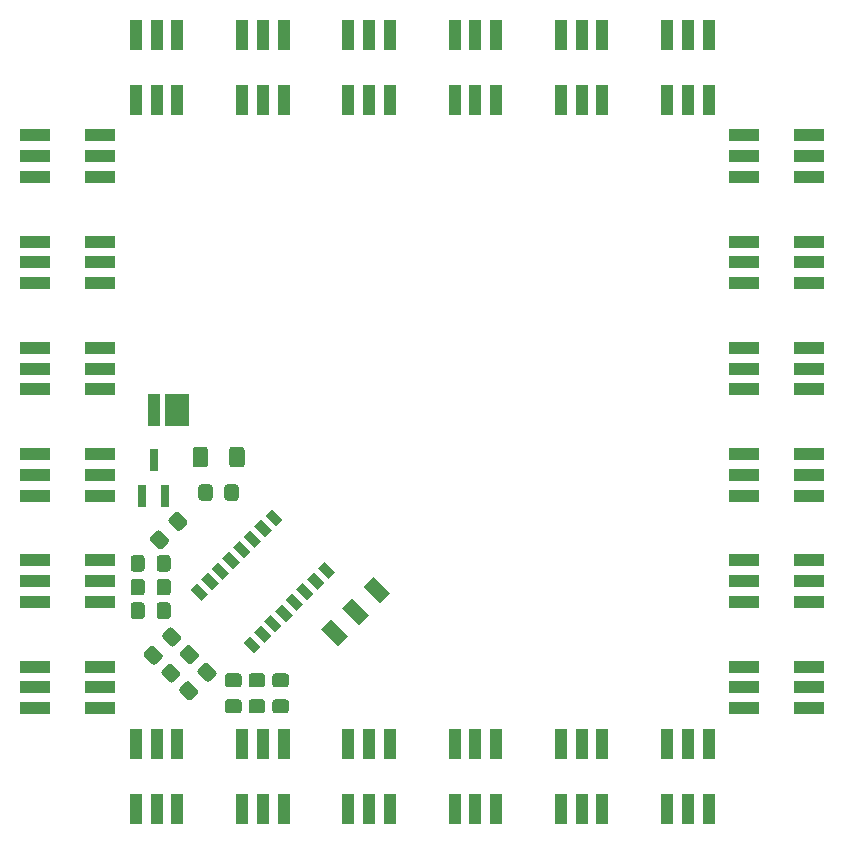
<source format=gbr>
%TF.GenerationSoftware,KiCad,Pcbnew,5.1.9+dfsg1-1+deb11u1*%
%TF.CreationDate,2024-07-25T19:41:34+02:00*%
%TF.ProjectId,label1,6c616265-6c31-42e6-9b69-6361645f7063,rev?*%
%TF.SameCoordinates,Original*%
%TF.FileFunction,Paste,Top*%
%TF.FilePolarity,Positive*%
%FSLAX46Y46*%
G04 Gerber Fmt 4.6, Leading zero omitted, Abs format (unit mm)*
G04 Created by KiCad (PCBNEW 5.1.9+dfsg1-1+deb11u1) date 2024-07-25 19:41:34*
%MOMM*%
%LPD*%
G01*
G04 APERTURE LIST*
%ADD10C,0.100000*%
%ADD11R,2.000000X2.800000*%
%ADD12R,1.000000X2.800000*%
%ADD13R,1.100000X2.600000*%
%ADD14R,2.600000X1.100000*%
%ADD15R,0.800000X1.900000*%
G04 APERTURE END LIST*
D10*
%TO.C,U2*%
G36*
X47274659Y-71710732D02*
G01*
X48688873Y-73124946D01*
X47840345Y-73973474D01*
X46426131Y-72559260D01*
X47274659Y-71710732D01*
G37*
G36*
X49070710Y-69914680D02*
G01*
X50484924Y-71328894D01*
X49636396Y-72177422D01*
X48222182Y-70763208D01*
X49070710Y-69914680D01*
G37*
G36*
X50866762Y-68118629D02*
G01*
X52280976Y-69532843D01*
X51432448Y-70381371D01*
X50018234Y-68967157D01*
X50866762Y-68118629D01*
G37*
%TD*%
D11*
%TO.C,D41*%
X34250000Y-54000000D03*
D12*
X32250000Y-54000000D03*
%TD*%
D10*
%TO.C,U1*%
G36*
X36868450Y-69596016D02*
G01*
X36302765Y-70161701D01*
X35383526Y-69242462D01*
X35949211Y-68676777D01*
X36868450Y-69596016D01*
G37*
G36*
X37773547Y-68690919D02*
G01*
X37207862Y-69256604D01*
X36288623Y-68337365D01*
X36854308Y-67771680D01*
X37773547Y-68690919D01*
G37*
G36*
X38664502Y-67799965D02*
G01*
X38098817Y-68365650D01*
X37179578Y-67446411D01*
X37745263Y-66880726D01*
X38664502Y-67799965D01*
G37*
G36*
X39562527Y-66901939D02*
G01*
X38996842Y-67467624D01*
X38077603Y-66548385D01*
X38643288Y-65982700D01*
X39562527Y-66901939D01*
G37*
G36*
X40467624Y-65996842D02*
G01*
X39901939Y-66562527D01*
X38982700Y-65643288D01*
X39548385Y-65077603D01*
X40467624Y-65996842D01*
G37*
G36*
X41365650Y-65098817D02*
G01*
X40799965Y-65664502D01*
X39880726Y-64745263D01*
X40446411Y-64179578D01*
X41365650Y-65098817D01*
G37*
G36*
X42256604Y-64207862D02*
G01*
X41690919Y-64773547D01*
X40771680Y-63854308D01*
X41337365Y-63288623D01*
X42256604Y-64207862D01*
G37*
G36*
X43161701Y-63302765D02*
G01*
X42596016Y-63868450D01*
X41676777Y-62949211D01*
X42242462Y-62383526D01*
X43161701Y-63302765D01*
G37*
G36*
X47616474Y-67757538D02*
G01*
X47050789Y-68323223D01*
X46131550Y-67403984D01*
X46697235Y-66838299D01*
X47616474Y-67757538D01*
G37*
G36*
X46711377Y-68662635D02*
G01*
X46145692Y-69228320D01*
X45226453Y-68309081D01*
X45792138Y-67743396D01*
X46711377Y-68662635D01*
G37*
G36*
X45820422Y-69553589D02*
G01*
X45254737Y-70119274D01*
X44335498Y-69200035D01*
X44901183Y-68634350D01*
X45820422Y-69553589D01*
G37*
G36*
X44922397Y-70451615D02*
G01*
X44356712Y-71017300D01*
X43437473Y-70098061D01*
X44003158Y-69532376D01*
X44922397Y-70451615D01*
G37*
G36*
X44017300Y-71356712D02*
G01*
X43451615Y-71922397D01*
X42532376Y-71003158D01*
X43098061Y-70437473D01*
X44017300Y-71356712D01*
G37*
G36*
X43119274Y-72254737D02*
G01*
X42553589Y-72820422D01*
X41634350Y-71901183D01*
X42200035Y-71335498D01*
X43119274Y-72254737D01*
G37*
G36*
X42228320Y-73145692D02*
G01*
X41662635Y-73711377D01*
X40743396Y-72792138D01*
X41309081Y-72226453D01*
X42228320Y-73145692D01*
G37*
G36*
X41323223Y-74050789D02*
G01*
X40757538Y-74616474D01*
X39838299Y-73697235D01*
X40403984Y-73131550D01*
X41323223Y-74050789D01*
G37*
%TD*%
D13*
%TO.C,D4*%
X66750000Y-82250000D03*
X68500000Y-82250000D03*
X70250000Y-82250000D03*
X70250000Y-87750000D03*
X68500000Y-87750000D03*
X66750000Y-87750000D03*
%TD*%
%TO.C,R1*%
G36*
G01*
X31500000Y-66549600D02*
X31500000Y-67450400D01*
G75*
G02*
X31250400Y-67700000I-249600J0D01*
G01*
X30549600Y-67700000D01*
G75*
G02*
X30300000Y-67450400I0J249600D01*
G01*
X30300000Y-66549600D01*
G75*
G02*
X30549600Y-66300000I249600J0D01*
G01*
X31250400Y-66300000D01*
G75*
G02*
X31500000Y-66549600I0J-249600D01*
G01*
G37*
G36*
G01*
X33700000Y-66549600D02*
X33700000Y-67450400D01*
G75*
G02*
X33450400Y-67700000I-249600J0D01*
G01*
X32749600Y-67700000D01*
G75*
G02*
X32500000Y-67450400I0J249600D01*
G01*
X32500000Y-66549600D01*
G75*
G02*
X32749600Y-66300000I249600J0D01*
G01*
X33450400Y-66300000D01*
G75*
G02*
X33700000Y-66549600I0J-249600D01*
G01*
G37*
%TD*%
%TO.C,R9*%
G36*
G01*
X33827966Y-75535072D02*
X34464928Y-76172034D01*
G75*
G02*
X34464928Y-76525022I-176494J-176494D01*
G01*
X33969388Y-77020562D01*
G75*
G02*
X33616400Y-77020562I-176494J176494D01*
G01*
X32979438Y-76383600D01*
G75*
G02*
X32979438Y-76030612I176494J176494D01*
G01*
X33474978Y-75535072D01*
G75*
G02*
X33827966Y-75535072I176494J-176494D01*
G01*
G37*
G36*
G01*
X35383600Y-73979438D02*
X36020562Y-74616400D01*
G75*
G02*
X36020562Y-74969388I-176494J-176494D01*
G01*
X35525022Y-75464928D01*
G75*
G02*
X35172034Y-75464928I-176494J176494D01*
G01*
X34535072Y-74827966D01*
G75*
G02*
X34535072Y-74474978I176494J176494D01*
G01*
X35030612Y-73979438D01*
G75*
G02*
X35383600Y-73979438I176494J-176494D01*
G01*
G37*
%TD*%
%TO.C,R8*%
G36*
G01*
X42549600Y-78500000D02*
X43450400Y-78500000D01*
G75*
G02*
X43700000Y-78749600I0J-249600D01*
G01*
X43700000Y-79450400D01*
G75*
G02*
X43450400Y-79700000I-249600J0D01*
G01*
X42549600Y-79700000D01*
G75*
G02*
X42300000Y-79450400I0J249600D01*
G01*
X42300000Y-78749600D01*
G75*
G02*
X42549600Y-78500000I249600J0D01*
G01*
G37*
G36*
G01*
X42549600Y-76300000D02*
X43450400Y-76300000D01*
G75*
G02*
X43700000Y-76549600I0J-249600D01*
G01*
X43700000Y-77250400D01*
G75*
G02*
X43450400Y-77500000I-249600J0D01*
G01*
X42549600Y-77500000D01*
G75*
G02*
X42300000Y-77250400I0J249600D01*
G01*
X42300000Y-76549600D01*
G75*
G02*
X42549600Y-76300000I249600J0D01*
G01*
G37*
%TD*%
%TO.C,R7*%
G36*
G01*
X40549600Y-78500000D02*
X41450400Y-78500000D01*
G75*
G02*
X41700000Y-78749600I0J-249600D01*
G01*
X41700000Y-79450400D01*
G75*
G02*
X41450400Y-79700000I-249600J0D01*
G01*
X40549600Y-79700000D01*
G75*
G02*
X40300000Y-79450400I0J249600D01*
G01*
X40300000Y-78749600D01*
G75*
G02*
X40549600Y-78500000I249600J0D01*
G01*
G37*
G36*
G01*
X40549600Y-76300000D02*
X41450400Y-76300000D01*
G75*
G02*
X41700000Y-76549600I0J-249600D01*
G01*
X41700000Y-77250400D01*
G75*
G02*
X41450400Y-77500000I-249600J0D01*
G01*
X40549600Y-77500000D01*
G75*
G02*
X40300000Y-77250400I0J249600D01*
G01*
X40300000Y-76549600D01*
G75*
G02*
X40549600Y-76300000I249600J0D01*
G01*
G37*
%TD*%
%TO.C,R6*%
G36*
G01*
X38549600Y-78500000D02*
X39450400Y-78500000D01*
G75*
G02*
X39700000Y-78749600I0J-249600D01*
G01*
X39700000Y-79450400D01*
G75*
G02*
X39450400Y-79700000I-249600J0D01*
G01*
X38549600Y-79700000D01*
G75*
G02*
X38300000Y-79450400I0J249600D01*
G01*
X38300000Y-78749600D01*
G75*
G02*
X38549600Y-78500000I249600J0D01*
G01*
G37*
G36*
G01*
X38549600Y-76300000D02*
X39450400Y-76300000D01*
G75*
G02*
X39700000Y-76549600I0J-249600D01*
G01*
X39700000Y-77250400D01*
G75*
G02*
X39450400Y-77500000I-249600J0D01*
G01*
X38549600Y-77500000D01*
G75*
G02*
X38300000Y-77250400I0J249600D01*
G01*
X38300000Y-76549600D01*
G75*
G02*
X38549600Y-76300000I249600J0D01*
G01*
G37*
%TD*%
%TO.C,R5*%
G36*
G01*
X35327966Y-77035072D02*
X35964928Y-77672034D01*
G75*
G02*
X35964928Y-78025022I-176494J-176494D01*
G01*
X35469388Y-78520562D01*
G75*
G02*
X35116400Y-78520562I-176494J176494D01*
G01*
X34479438Y-77883600D01*
G75*
G02*
X34479438Y-77530612I176494J176494D01*
G01*
X34974978Y-77035072D01*
G75*
G02*
X35327966Y-77035072I176494J-176494D01*
G01*
G37*
G36*
G01*
X36883600Y-75479438D02*
X37520562Y-76116400D01*
G75*
G02*
X37520562Y-76469388I-176494J-176494D01*
G01*
X37025022Y-76964928D01*
G75*
G02*
X36672034Y-76964928I-176494J176494D01*
G01*
X36035072Y-76327966D01*
G75*
G02*
X36035072Y-75974978I176494J176494D01*
G01*
X36530612Y-75479438D01*
G75*
G02*
X36883600Y-75479438I176494J-176494D01*
G01*
G37*
%TD*%
%TO.C,R4*%
G36*
G01*
X32327966Y-74035072D02*
X32964928Y-74672034D01*
G75*
G02*
X32964928Y-75025022I-176494J-176494D01*
G01*
X32469388Y-75520562D01*
G75*
G02*
X32116400Y-75520562I-176494J176494D01*
G01*
X31479438Y-74883600D01*
G75*
G02*
X31479438Y-74530612I176494J176494D01*
G01*
X31974978Y-74035072D01*
G75*
G02*
X32327966Y-74035072I176494J-176494D01*
G01*
G37*
G36*
G01*
X33883600Y-72479438D02*
X34520562Y-73116400D01*
G75*
G02*
X34520562Y-73469388I-176494J-176494D01*
G01*
X34025022Y-73964928D01*
G75*
G02*
X33672034Y-73964928I-176494J176494D01*
G01*
X33035072Y-73327966D01*
G75*
G02*
X33035072Y-72974978I176494J176494D01*
G01*
X33530612Y-72479438D01*
G75*
G02*
X33883600Y-72479438I176494J-176494D01*
G01*
G37*
%TD*%
%TO.C,R3*%
G36*
G01*
X31500000Y-70549600D02*
X31500000Y-71450400D01*
G75*
G02*
X31250400Y-71700000I-249600J0D01*
G01*
X30549600Y-71700000D01*
G75*
G02*
X30300000Y-71450400I0J249600D01*
G01*
X30300000Y-70549600D01*
G75*
G02*
X30549600Y-70300000I249600J0D01*
G01*
X31250400Y-70300000D01*
G75*
G02*
X31500000Y-70549600I0J-249600D01*
G01*
G37*
G36*
G01*
X33700000Y-70549600D02*
X33700000Y-71450400D01*
G75*
G02*
X33450400Y-71700000I-249600J0D01*
G01*
X32749600Y-71700000D01*
G75*
G02*
X32500000Y-71450400I0J249600D01*
G01*
X32500000Y-70549600D01*
G75*
G02*
X32749600Y-70300000I249600J0D01*
G01*
X33450400Y-70300000D01*
G75*
G02*
X33700000Y-70549600I0J-249600D01*
G01*
G37*
%TD*%
%TO.C,R2*%
G36*
G01*
X31500000Y-68549600D02*
X31500000Y-69450400D01*
G75*
G02*
X31250400Y-69700000I-249600J0D01*
G01*
X30549600Y-69700000D01*
G75*
G02*
X30300000Y-69450400I0J249600D01*
G01*
X30300000Y-68549600D01*
G75*
G02*
X30549600Y-68300000I249600J0D01*
G01*
X31250400Y-68300000D01*
G75*
G02*
X31500000Y-68549600I0J-249600D01*
G01*
G37*
G36*
G01*
X33700000Y-68549600D02*
X33700000Y-69450400D01*
G75*
G02*
X33450400Y-69700000I-249600J0D01*
G01*
X32749600Y-69700000D01*
G75*
G02*
X32500000Y-69450400I0J249600D01*
G01*
X32500000Y-68549600D01*
G75*
G02*
X32749600Y-68300000I249600J0D01*
G01*
X33450400Y-68300000D01*
G75*
G02*
X33700000Y-68549600I0J-249600D01*
G01*
G37*
%TD*%
%TO.C,D24*%
X79250000Y-27750000D03*
X77500000Y-27750000D03*
X75750000Y-27750000D03*
X75750000Y-22250000D03*
X77500000Y-22250000D03*
X79250000Y-22250000D03*
%TD*%
D14*
%TO.C,D23*%
X87750000Y-30750000D03*
X87750000Y-32500000D03*
X87750000Y-34250000D03*
X82250000Y-34250000D03*
X82250000Y-32500000D03*
X82250000Y-30750000D03*
%TD*%
D13*
%TO.C,D22*%
X66750000Y-22250000D03*
X68500000Y-22250000D03*
X70250000Y-22250000D03*
X70250000Y-27750000D03*
X68500000Y-27750000D03*
X66750000Y-27750000D03*
%TD*%
D14*
%TO.C,D21*%
X82250000Y-43250000D03*
X82250000Y-41500000D03*
X82250000Y-39750000D03*
X87750000Y-39750000D03*
X87750000Y-41500000D03*
X87750000Y-43250000D03*
%TD*%
D13*
%TO.C,D20*%
X61250000Y-27750000D03*
X59500000Y-27750000D03*
X57750000Y-27750000D03*
X57750000Y-22250000D03*
X59500000Y-22250000D03*
X61250000Y-22250000D03*
%TD*%
D14*
%TO.C,D19*%
X87750000Y-48750000D03*
X87750000Y-50500000D03*
X87750000Y-52250000D03*
X82250000Y-52250000D03*
X82250000Y-50500000D03*
X82250000Y-48750000D03*
%TD*%
D13*
%TO.C,D18*%
X48750000Y-22250000D03*
X50500000Y-22250000D03*
X52250000Y-22250000D03*
X52250000Y-27750000D03*
X50500000Y-27750000D03*
X48750000Y-27750000D03*
%TD*%
D14*
%TO.C,D17*%
X82250000Y-61250000D03*
X82250000Y-59500000D03*
X82250000Y-57750000D03*
X87750000Y-57750000D03*
X87750000Y-59500000D03*
X87750000Y-61250000D03*
%TD*%
D13*
%TO.C,D16*%
X43250000Y-27750000D03*
X41500000Y-27750000D03*
X39750000Y-27750000D03*
X39750000Y-22250000D03*
X41500000Y-22250000D03*
X43250000Y-22250000D03*
%TD*%
D14*
%TO.C,D15*%
X87750000Y-66750000D03*
X87750000Y-68500000D03*
X87750000Y-70250000D03*
X82250000Y-70250000D03*
X82250000Y-68500000D03*
X82250000Y-66750000D03*
%TD*%
D13*
%TO.C,D14*%
X30750000Y-22250000D03*
X32500000Y-22250000D03*
X34250000Y-22250000D03*
X34250000Y-27750000D03*
X32500000Y-27750000D03*
X30750000Y-27750000D03*
%TD*%
D14*
%TO.C,D13*%
X82250000Y-79250000D03*
X82250000Y-77500000D03*
X82250000Y-75750000D03*
X87750000Y-75750000D03*
X87750000Y-77500000D03*
X87750000Y-79250000D03*
%TD*%
D13*
%TO.C,D12*%
X30750000Y-82250000D03*
X32500000Y-82250000D03*
X34250000Y-82250000D03*
X34250000Y-87750000D03*
X32500000Y-87750000D03*
X30750000Y-87750000D03*
%TD*%
D14*
%TO.C,D11*%
X22250000Y-79250000D03*
X22250000Y-77500000D03*
X22250000Y-75750000D03*
X27750000Y-75750000D03*
X27750000Y-77500000D03*
X27750000Y-79250000D03*
%TD*%
D13*
%TO.C,D10*%
X43250000Y-87750000D03*
X41500000Y-87750000D03*
X39750000Y-87750000D03*
X39750000Y-82250000D03*
X41500000Y-82250000D03*
X43250000Y-82250000D03*
%TD*%
D14*
%TO.C,D9*%
X27750000Y-66750000D03*
X27750000Y-68500000D03*
X27750000Y-70250000D03*
X22250000Y-70250000D03*
X22250000Y-68500000D03*
X22250000Y-66750000D03*
%TD*%
D13*
%TO.C,D8*%
X48750000Y-82250000D03*
X50500000Y-82250000D03*
X52250000Y-82250000D03*
X52250000Y-87750000D03*
X50500000Y-87750000D03*
X48750000Y-87750000D03*
%TD*%
D14*
%TO.C,D7*%
X22250000Y-61250000D03*
X22250000Y-59500000D03*
X22250000Y-57750000D03*
X27750000Y-57750000D03*
X27750000Y-59500000D03*
X27750000Y-61250000D03*
%TD*%
D13*
%TO.C,D6*%
X61250000Y-87750000D03*
X59500000Y-87750000D03*
X57750000Y-87750000D03*
X57750000Y-82250000D03*
X59500000Y-82250000D03*
X61250000Y-82250000D03*
%TD*%
D14*
%TO.C,D5*%
X27750000Y-48750000D03*
X27750000Y-50500000D03*
X27750000Y-52250000D03*
X22250000Y-52250000D03*
X22250000Y-50500000D03*
X22250000Y-48750000D03*
%TD*%
%TO.C,D3*%
X22250000Y-43250000D03*
X22250000Y-41500000D03*
X22250000Y-39750000D03*
X27750000Y-39750000D03*
X27750000Y-41500000D03*
X27750000Y-43250000D03*
%TD*%
D13*
%TO.C,D2*%
X79250000Y-87750000D03*
X77500000Y-87750000D03*
X75750000Y-87750000D03*
X75750000Y-82250000D03*
X77500000Y-82250000D03*
X79250000Y-82250000D03*
%TD*%
D14*
%TO.C,D1*%
X27750000Y-30750000D03*
X27750000Y-32500000D03*
X27750000Y-34250000D03*
X22250000Y-34250000D03*
X22250000Y-32500000D03*
X22250000Y-30750000D03*
%TD*%
D15*
%TO.C,Q1*%
X32250000Y-58250000D03*
X33200000Y-61250000D03*
X31300000Y-61250000D03*
%TD*%
%TO.C,C1*%
G36*
G01*
X37250000Y-60549600D02*
X37250000Y-61450400D01*
G75*
G02*
X37000400Y-61700000I-249600J0D01*
G01*
X36299600Y-61700000D01*
G75*
G02*
X36050000Y-61450400I0J249600D01*
G01*
X36050000Y-60549600D01*
G75*
G02*
X36299600Y-60300000I249600J0D01*
G01*
X37000400Y-60300000D01*
G75*
G02*
X37250000Y-60549600I0J-249600D01*
G01*
G37*
G36*
G01*
X39450000Y-60549600D02*
X39450000Y-61450400D01*
G75*
G02*
X39200400Y-61700000I-249600J0D01*
G01*
X38499600Y-61700000D01*
G75*
G02*
X38250000Y-61450400I0J249600D01*
G01*
X38250000Y-60549600D01*
G75*
G02*
X38499600Y-60300000I249600J0D01*
G01*
X39200400Y-60300000D01*
G75*
G02*
X39450000Y-60549600I0J-249600D01*
G01*
G37*
%TD*%
%TO.C,R13*%
G36*
G01*
X36850000Y-57374999D02*
X36850000Y-58625001D01*
G75*
G02*
X36600001Y-58875000I-249999J0D01*
G01*
X35799999Y-58875000D01*
G75*
G02*
X35550000Y-58625001I0J249999D01*
G01*
X35550000Y-57374999D01*
G75*
G02*
X35799999Y-57125000I249999J0D01*
G01*
X36600001Y-57125000D01*
G75*
G02*
X36850000Y-57374999I0J-249999D01*
G01*
G37*
G36*
G01*
X39950000Y-57374999D02*
X39950000Y-58625001D01*
G75*
G02*
X39700001Y-58875000I-249999J0D01*
G01*
X38899999Y-58875000D01*
G75*
G02*
X38650000Y-58625001I0J249999D01*
G01*
X38650000Y-57374999D01*
G75*
G02*
X38899999Y-57125000I249999J0D01*
G01*
X39700001Y-57125000D01*
G75*
G02*
X39950000Y-57374999I0J-249999D01*
G01*
G37*
%TD*%
%TO.C,R12*%
G36*
G01*
X34199851Y-64187111D02*
X33562889Y-63550149D01*
G75*
G02*
X33562889Y-63197161I176494J176494D01*
G01*
X34058429Y-62701621D01*
G75*
G02*
X34411417Y-62701621I176494J-176494D01*
G01*
X35048379Y-63338583D01*
G75*
G02*
X35048379Y-63691571I-176494J-176494D01*
G01*
X34552839Y-64187111D01*
G75*
G02*
X34199851Y-64187111I-176494J176494D01*
G01*
G37*
G36*
G01*
X32644217Y-65742745D02*
X32007255Y-65105783D01*
G75*
G02*
X32007255Y-64752795I176494J176494D01*
G01*
X32502795Y-64257255D01*
G75*
G02*
X32855783Y-64257255I176494J-176494D01*
G01*
X33492745Y-64894217D01*
G75*
G02*
X33492745Y-65247205I-176494J-176494D01*
G01*
X32997205Y-65742745D01*
G75*
G02*
X32644217Y-65742745I-176494J176494D01*
G01*
G37*
%TD*%
M02*

</source>
